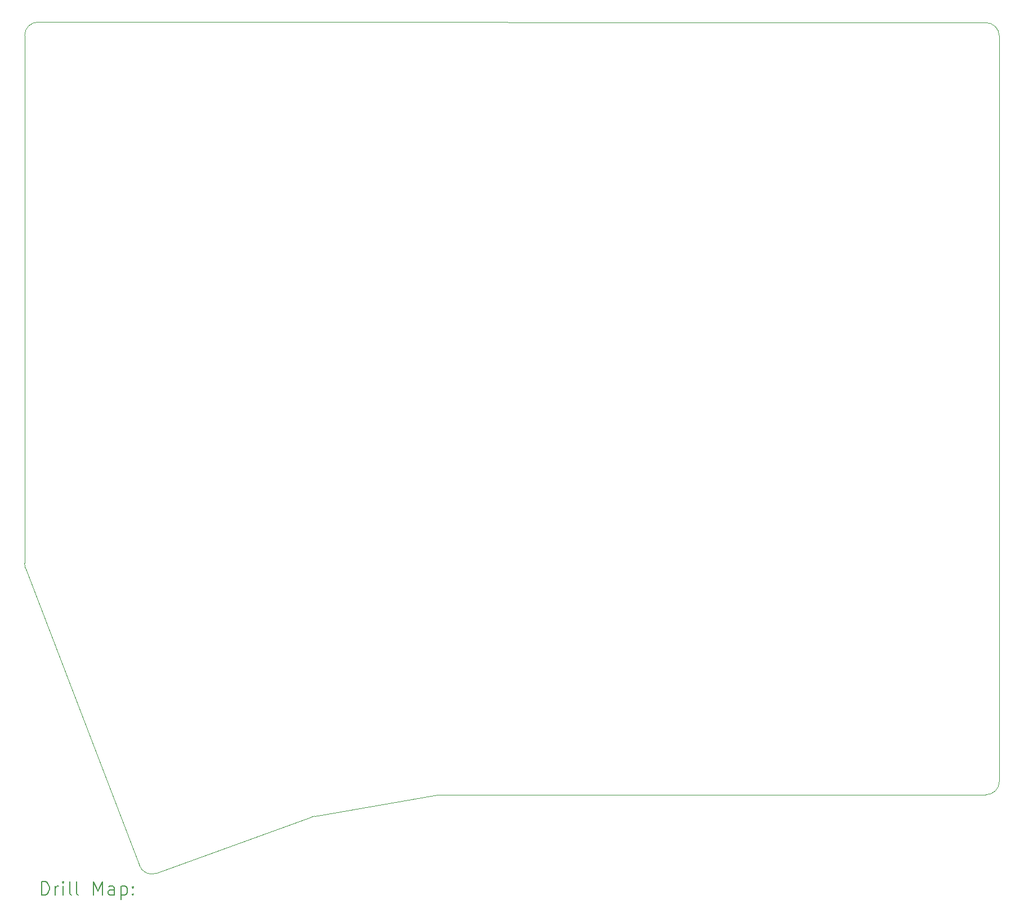
<source format=gbr>
%TF.GenerationSoftware,KiCad,Pcbnew,9.0.6*%
%TF.CreationDate,2025-12-07T22:19:06+09:00*%
%TF.ProjectId,tarakkie_v1_light_bot2,74617261-6b6b-4696-955f-76315f6c6967,rev?*%
%TF.SameCoordinates,Original*%
%TF.FileFunction,Drillmap*%
%TF.FilePolarity,Positive*%
%FSLAX45Y45*%
G04 Gerber Fmt 4.5, Leading zero omitted, Abs format (unit mm)*
G04 Created by KiCad (PCBNEW 9.0.6) date 2025-12-07 22:19:06*
%MOMM*%
%LPD*%
G01*
G04 APERTURE LIST*
%ADD10C,0.050000*%
%ADD11C,0.200000*%
G04 APERTURE END LIST*
D10*
X5595382Y-15990801D02*
G75*
G02*
X5340259Y-15874382I-68352J187962D01*
G01*
X18072452Y-3188618D02*
G75*
G02*
X18272283Y-3388617I-172J-200002D01*
G01*
X7937324Y-15139186D02*
G75*
G02*
X7972000Y-15130000I68346J-187954D01*
G01*
X3623932Y-11393414D02*
X5340266Y-15874380D01*
X7972000Y-15130000D02*
X9825617Y-14813399D01*
X18272280Y-14608831D02*
G75*
G02*
X18072322Y-14808830I-200000J1D01*
G01*
X3613958Y-3380077D02*
X3612280Y-11326147D01*
X5595382Y-15990801D02*
X7937324Y-15139186D01*
X18072452Y-3188618D02*
X3814077Y-3180119D01*
X3613958Y-3380077D02*
G75*
G02*
X3814077Y-3180118I200002J-43D01*
G01*
X9859248Y-14810544D02*
X18072322Y-14808831D01*
X3623932Y-11393414D02*
G75*
G02*
X3612281Y-11326147I188288J67254D01*
G01*
X9825617Y-14813399D02*
G75*
G02*
X9859248Y-14810544I33673J-197151D01*
G01*
X18272280Y-14608831D02*
X18272280Y-3388617D01*
D11*
X3870557Y-16316828D02*
X3870557Y-16116828D01*
X3870557Y-16116828D02*
X3918176Y-16116828D01*
X3918176Y-16116828D02*
X3946747Y-16126351D01*
X3946747Y-16126351D02*
X3965795Y-16145399D01*
X3965795Y-16145399D02*
X3975319Y-16164447D01*
X3975319Y-16164447D02*
X3984843Y-16202542D01*
X3984843Y-16202542D02*
X3984843Y-16231113D01*
X3984843Y-16231113D02*
X3975319Y-16269209D01*
X3975319Y-16269209D02*
X3965795Y-16288256D01*
X3965795Y-16288256D02*
X3946747Y-16307304D01*
X3946747Y-16307304D02*
X3918176Y-16316828D01*
X3918176Y-16316828D02*
X3870557Y-16316828D01*
X4070557Y-16316828D02*
X4070557Y-16183494D01*
X4070557Y-16221590D02*
X4080081Y-16202542D01*
X4080081Y-16202542D02*
X4089604Y-16193018D01*
X4089604Y-16193018D02*
X4108652Y-16183494D01*
X4108652Y-16183494D02*
X4127700Y-16183494D01*
X4194366Y-16316828D02*
X4194366Y-16183494D01*
X4194366Y-16116828D02*
X4184843Y-16126351D01*
X4184843Y-16126351D02*
X4194366Y-16135875D01*
X4194366Y-16135875D02*
X4203890Y-16126351D01*
X4203890Y-16126351D02*
X4194366Y-16116828D01*
X4194366Y-16116828D02*
X4194366Y-16135875D01*
X4318176Y-16316828D02*
X4299128Y-16307304D01*
X4299128Y-16307304D02*
X4289605Y-16288256D01*
X4289605Y-16288256D02*
X4289605Y-16116828D01*
X4422938Y-16316828D02*
X4403890Y-16307304D01*
X4403890Y-16307304D02*
X4394366Y-16288256D01*
X4394366Y-16288256D02*
X4394366Y-16116828D01*
X4651509Y-16316828D02*
X4651509Y-16116828D01*
X4651509Y-16116828D02*
X4718176Y-16259685D01*
X4718176Y-16259685D02*
X4784843Y-16116828D01*
X4784843Y-16116828D02*
X4784843Y-16316828D01*
X4965795Y-16316828D02*
X4965795Y-16212066D01*
X4965795Y-16212066D02*
X4956271Y-16193018D01*
X4956271Y-16193018D02*
X4937224Y-16183494D01*
X4937224Y-16183494D02*
X4899128Y-16183494D01*
X4899128Y-16183494D02*
X4880081Y-16193018D01*
X4965795Y-16307304D02*
X4946747Y-16316828D01*
X4946747Y-16316828D02*
X4899128Y-16316828D01*
X4899128Y-16316828D02*
X4880081Y-16307304D01*
X4880081Y-16307304D02*
X4870557Y-16288256D01*
X4870557Y-16288256D02*
X4870557Y-16269209D01*
X4870557Y-16269209D02*
X4880081Y-16250161D01*
X4880081Y-16250161D02*
X4899128Y-16240637D01*
X4899128Y-16240637D02*
X4946747Y-16240637D01*
X4946747Y-16240637D02*
X4965795Y-16231113D01*
X5061033Y-16183494D02*
X5061033Y-16383494D01*
X5061033Y-16193018D02*
X5080081Y-16183494D01*
X5080081Y-16183494D02*
X5118176Y-16183494D01*
X5118176Y-16183494D02*
X5137224Y-16193018D01*
X5137224Y-16193018D02*
X5146747Y-16202542D01*
X5146747Y-16202542D02*
X5156271Y-16221590D01*
X5156271Y-16221590D02*
X5156271Y-16278732D01*
X5156271Y-16278732D02*
X5146747Y-16297780D01*
X5146747Y-16297780D02*
X5137224Y-16307304D01*
X5137224Y-16307304D02*
X5118176Y-16316828D01*
X5118176Y-16316828D02*
X5080081Y-16316828D01*
X5080081Y-16316828D02*
X5061033Y-16307304D01*
X5241986Y-16297780D02*
X5251509Y-16307304D01*
X5251509Y-16307304D02*
X5241986Y-16316828D01*
X5241986Y-16316828D02*
X5232462Y-16307304D01*
X5232462Y-16307304D02*
X5241986Y-16297780D01*
X5241986Y-16297780D02*
X5241986Y-16316828D01*
X5241986Y-16193018D02*
X5251509Y-16202542D01*
X5251509Y-16202542D02*
X5241986Y-16212066D01*
X5241986Y-16212066D02*
X5232462Y-16202542D01*
X5232462Y-16202542D02*
X5241986Y-16193018D01*
X5241986Y-16193018D02*
X5241986Y-16212066D01*
M02*

</source>
